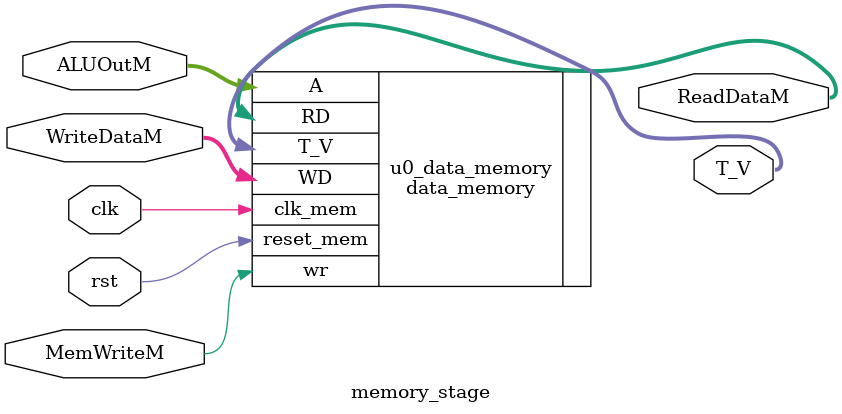
<source format=v>
module memory_stage (
    input wire           clk,
    input wire           rst,
    input wire           MemWriteM,
    input wire  [31:0]   ALUOutM,
    input wire  [31:0]   WriteDataM,
    output wire [31:0]   ReadDataM,
    output wire [15:0]   T_V
);

data_memory u0_data_memory (
    .clk_mem(clk),
    .wr(MemWriteM),
    .reset_mem(rst), 
    .A(ALUOutM),
    .WD(WriteDataM),
    .RD(ReadDataM),
    .T_V(T_V)
);

endmodule
</source>
